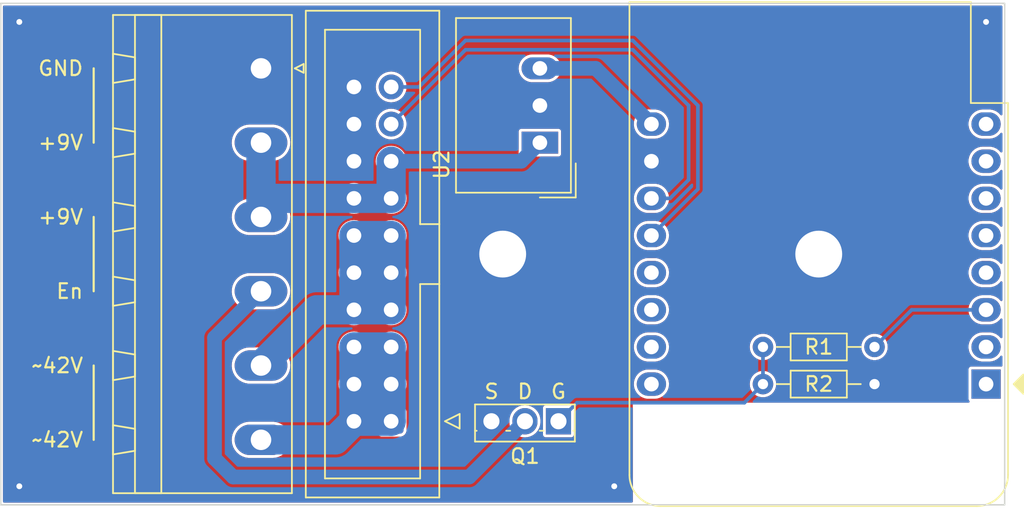
<source format=kicad_pcb>
(kicad_pcb (version 20221018) (generator pcbnew)
  (layers (0 "F.Cu" signal) (31 "B.Cu" signal) (34 "B.Paste" user) (35 "F.Paste" user) (36 "B.SilkS" user "B.Silkscreen") (37 "F.SilkS" user "F.Silkscreen") (38 "B.Mask" user) (39 "F.Mask" user) (44 "Edge.Cuts" user))
  (net 0 "")
  (net 1 "GND")
  (net 2 "+9V")
  (net 3 "En Motor")
  (net 4 "Motor L")
  (net 5 "Motor N")
  (net 13 "+5V")
  (net 14 "RX")
  (net 15 "TX")
  (net 20 "Net-(U1-D0)")
  (net 21 "Net-(Q1-G)")
  (footprint "MountingHole:MountingHole_3.2mm_M3_Pad" (layer "F.Cu") (at 106.68 93.98)
    (fp_text reference "H2" hide)
    (fp_text value "MountingHole_Pad" hide)
    (pad "1" thru_hole circle (at 0 0) (size 6.4 6.4) (drill 3.2) (layers "*.Cu" "*.Mask") (net 1 "GND"))
  )
  (footprint "PCM_Package_TO_SOT_THT_AKL:TO-251-3_Vertical_GDS" (layer "F.Cu") (at 88.9 105.41 180)
    (fp_text reference "Q1" (at 2.29 -2.39) (layer "F.SilkS"))
    (fp_text value "IRLU3110Z" hide)
    (fp_text user "S" (at 4.572 2.032) (layer "F.SilkS"))
    (fp_text user "D" (at 2.286 2.032) (layer "F.SilkS"))
    (fp_text user "G" (at 0 2.032) (layer "F.SilkS"))
    (fp_line (start -1.12 -1.39) (end -1.12 1.15) (stroke (width 0.12)) (layer "F.SilkS"))
    (fp_line (start -1.12 -1.39) (end 5.7 -1.39) (stroke (width 0.12)) (layer "F.SilkS"))
    (fp_line (start -1.12 -0.651) (end -1.009 -0.651) (stroke (width 0.12)) (layer "F.SilkS"))
    (fp_line (start -1.12 1.15) (end 5.7 1.15) (stroke (width 0.12)) (layer "F.SilkS"))
    (fp_line (start 1.009 -0.651) (end 1.282 -0.651) (stroke (width 0.12)) (layer "F.SilkS"))
    (fp_line (start 3.299 -0.651) (end 3.572 -0.651) (stroke (width 0.12)) (layer "F.SilkS"))
    (fp_line (start 5.589 -0.651) (end 5.7 -0.651) (stroke (width 0.12)) (layer "F.SilkS"))
    (fp_line (start 5.7 -1.39) (end 5.7 1.15) (stroke (width 0.12)) (layer "F.SilkS"))
    (pad "1" thru_hole rect (at 0 0 180) (size 1.7175 1.8) (drill 1.1) (layers "*.Cu" "*.Mask") (net 21 "Net-(Q1-G)"))
    (pad "2" thru_hole oval (at 2.29 0 180) (size 1.7175 1.8) (drill 1.1) (layers "*.Cu" "*.Mask") (net 3 "En Motor"))
    (pad "3" thru_hole oval (at 4.58 0 180) (size 1.7175 1.8) (drill 1.1) (layers "*.Cu" "*.Mask") (net 1 "GND"))
  )
  (footprint "Resistor_THT:R_Axial_DIN0204_L3.6mm_D1.6mm_P7.62mm_Horizontal" (layer "F.Cu") (at 102.87 102.87)
    (fp_text reference "R2" (at 3.81 0) (layer "F.SilkS"))
    (fp_text value "2K2")
    (fp_line (start 0.94 0) (end 1.89 0) (stroke (width 0.12)) (layer "F.SilkS"))
    (fp_line (start 1.89 -0.92) (end 1.89 0.92) (stroke (width 0.12)) (layer "F.SilkS"))
    (fp_line (start 1.89 0.92) (end 5.73 0.92) (stroke (width 0.12)) (layer "F.SilkS"))
    (fp_line (start 5.73 -0.92) (end 1.89 -0.92) (stroke (width 0.12)) (layer "F.SilkS"))
    (fp_line (start 5.73 0.92) (end 5.73 -0.92) (stroke (width 0.12)) (layer "F.SilkS"))
    (fp_line (start 6.68 0) (end 5.73 0) (stroke (width 0.12)) (layer "F.SilkS"))
    (pad "1" thru_hole circle (at 0 0) (size 1.4 1.4) (drill 0.7) (layers "*.Cu" "*.Mask") (net 21 "Net-(Q1-G)"))
    (pad "2" thru_hole oval (at 7.62 0) (size 1.4 1.4) (drill 0.7) (layers "*.Cu" "*.Mask") (net 1 "GND"))
  )
  (footprint "Module:WEMOS_D1_mini_light" (layer "F.Cu") (at 118.11 102.87 180)
    (fp_text reference "U1" hide)
    (fp_text value "WeMos_D1_mini")
    (fp_line (start -1.5 19.22) (end -1.5 -6.21) (stroke (width 0.12)) (layer "F.SilkS"))
    (fp_line (start -1.5 19.22) (end 1.04 19.22) (stroke (width 0.12)) (layer "F.SilkS"))
    (fp_line (start 1.04 19.22) (end 1.04 26.12) (stroke (width 0.12)) (layer "F.SilkS"))
    (fp_line (start 1.04 26.12) (end 24.36 26.12) (stroke (width 0.12)) (layer "F.SilkS"))
    (fp_line (start 22.24 -8.34) (end 0.63 -8.34) (stroke (width 0.12)) (layer "F.SilkS"))
    (fp_line (start 24.36 26.12) (end 24.36 -6.21) (stroke (width 0.12)) (layer "F.SilkS"))
    (fp_arc (start -1.5 -6.21) (mid -0.876137 -7.716137) (end 0.63 -8.34) (stroke (width 0.12)) (layer "F.SilkS"))
    (fp_arc (start 22.23 -8.34) (mid 23.736137 -7.716137) (end 24.36 -6.21) (stroke (width 0.12)) (layer "F.SilkS"))
    (fp_poly (pts (xy -2.54 -0.635) (xy -2.54 0.635) (xy -1.905 0)) (stroke (width 0.15)) (fill solid) (layer "F.SilkS"))
    (pad "1" thru_hole rect (at 0 0 180) (size 2 2) (drill 1) (layers "*.Cu" "*.Mask"))
    (pad "2" thru_hole oval (at 0 2.54 180) (size 2 1.6) (drill 1) (layers "*.Cu" "*.Mask"))
    (pad "3" thru_hole oval (at 0 5.08 180) (size 2 1.6) (drill 1) (layers "*.Cu" "*.Mask") (net 20 "Net-(U1-D0)"))
    (pad "4" thru_hole oval (at 0 7.62 180) (size 2 1.6) (drill 1) (layers "*.Cu" "*.Mask"))
    (pad "5" thru_hole oval (at 0 10.16 180) (size 2 1.6) (drill 1) (layers "*.Cu" "*.Mask"))
    (pad "6" thru_hole oval (at 0 12.7 180) (size 2 1.6) (drill 1) (layers "*.Cu" "*.Mask"))
    (pad "7" thru_hole oval (at 0 15.24 180) (size 2 1.6) (drill 1) (layers "*.Cu" "*.Mask"))
    (pad "8" thru_hole oval (at 0 17.78 180) (size 2 1.6) (drill 1) (layers "*.Cu" "*.Mask"))
    (pad "9" thru_hole oval (at 22.86 17.78 180) (size 2 1.6) (drill 1) (layers "*.Cu" "*.Mask") (net 13 "+5V"))
    (pad "10" thru_hole oval (at 22.86 15.24 180) (size 2 1.6) (drill 1) (layers "*.Cu" "*.Mask") (net 1 "GND"))
    (pad "11" thru_hole oval (at 22.86 12.7 180) (size 2 1.6) (drill 1) (layers "*.Cu" "*.Mask") (net 14 "RX"))
    (pad "12" thru_hole oval (at 22.86 10.16 180) (size 2 1.6) (drill 1) (layers "*.Cu" "*.Mask") (net 15 "TX"))
    (pad "13" thru_hole oval (at 22.86 7.62 180) (size 2 1.6) (drill 1) (layers "*.Cu" "*.Mask"))
    (pad "14" thru_hole oval (at 22.86 5.08 180) (size 2 1.6) (drill 1) (layers "*.Cu" "*.Mask"))
    (pad "15" thru_hole oval (at 22.86 2.54 180) (size 2 1.6) (drill 1) (layers "*.Cu" "*.Mask"))
    (pad "16" thru_hole oval (at 22.86 0 180) (size 2 1.6) (drill 1) (layers "*.Cu" "*.Mask"))
  )
  (footprint "Connector_IDC:IDC-Header_2x10_P2.54mm_Vertical" (layer "F.Cu") (at 77.47 105.41 180)
    (fp_text reference "J2" hide)
    (fp_text value "Conn_02x10_Odd_Even" hide)
    (fp_line (start -4.68 -0.5) (end -4.68 0.5) (stroke (width 0.12)) (layer "F.SilkS"))
    (fp_line (start -4.68 0.5) (end -3.68 0) (stroke (width 0.12)) (layer "F.SilkS"))
    (fp_line (start -3.68 0) (end -4.68 -0.5) (stroke (width 0.12)) (layer "F.SilkS"))
    (fp_line (start -3.29 -5.21) (end 5.83 -5.21) (stroke (width 0.12)) (layer "F.SilkS"))
    (fp_line (start -3.29 9.38) (end -1.98 9.38) (stroke (width 0.12)) (layer "F.SilkS"))
    (fp_line (start -3.29 28.07) (end -3.29 -5.21) (stroke (width 0.12)) (layer "F.SilkS"))
    (fp_line (start -1.98 -3.91) (end 4.52 -3.91) (stroke (width 0.12)) (layer "F.SilkS"))
    (fp_line (start -1.98 9.38) (end -1.98 -3.91) (stroke (width 0.12)) (layer "F.SilkS"))
    (fp_line (start -1.98 13.48) (end -3.29 13.48) (stroke (width 0.12)) (layer "F.SilkS"))
    (fp_line (start -1.98 13.48) (end -1.98 13.48) (stroke (width 0.12)) (layer "F.SilkS"))
    (fp_line (start -1.98 26.77) (end -1.98 13.48) (stroke (width 0.12)) (layer "F.SilkS"))
    (fp_line (start 4.52 -3.91) (end 4.52 26.77) (stroke (width 0.12)) (layer "F.SilkS"))
    (fp_line (start 4.52 26.77) (end -1.98 26.77) (stroke (width 0.12)) (layer "F.SilkS"))
    (fp_line (start 5.83 -5.21) (end 5.83 28.07) (stroke (width 0.12)) (layer "F.SilkS"))
    (fp_line (start 5.83 28.07) (end -3.29 28.07) (stroke (width 0.12)) (layer "F.SilkS"))
    (pad "1" thru_hole roundrect (at 0 0 180) (size 1.7 1.7) (drill 1) (layers "*.Cu" "*.Mask") (roundrect_rratio 0.147059) (net 5 "Motor N"))
    (pad "2" thru_hole circle (at 2.54 0 180) (size 1.7 1.7) (drill 1) (layers "*.Cu" "*.Mask") (net 5 "Motor N"))
    (pad "3" thru_hole circle (at 0 2.54 180) (size 1.7 1.7) (drill 1) (layers "*.Cu" "*.Mask") (net 5 "Motor N"))
    (pad "4" thru_hole circle (at 2.54 2.54 180) (size 1.7 1.7) (drill 1) (layers "*.Cu" "*.Mask") (net 5 "Motor N"))
    (pad "5" thru_hole circle (at 0 5.08 180) (size 1.7 1.7) (drill 1) (layers "*.Cu" "*.Mask") (net 5 "Motor N"))
    (pad "6" thru_hole circle (at 2.54 5.08 180) (size 1.7 1.7) (drill 1) (layers "*.Cu" "*.Mask") (net 5 "Motor N"))
    (pad "7" thru_hole circle (at 0 7.62 180) (size 1.7 1.7) (drill 1) (layers "*.Cu" "*.Mask") (net 4 "Motor L"))
    (pad "8" thru_hole circle (at 2.54 7.62 180) (size 1.7 1.7) (drill 1) (layers "*.Cu" "*.Mask") (net 4 "Motor L"))
    (pad "9" thru_hole circle (at 0 10.16 180) (size 1.7 1.7) (drill 1) (layers "*.Cu" "*.Mask") (net 4 "Motor L"))
    (pad "10" thru_hole circle (at 2.54 10.16 180) (size 1.7 1.7) (drill 1) (layers "*.Cu" "*.Mask") (net 4 "Motor L"))
    (pad "11" thru_hole circle (at 0 12.7 180) (size 1.7 1.7) (drill 1) (layers "*.Cu" "*.Mask") (net 4 "Motor L"))
    (pad "12" thru_hole circle (at 2.54 12.7 180) (size 1.7 1.7) (drill 1) (layers "*.Cu" "*.Mask") (net 4 "Motor L"))
    (pad "13" thru_hole circle (at 0 15.24 180) (size 1.7 1.7) (drill 1) (layers "*.Cu" "*.Mask") (net 2 "+9V"))
    (pad "14" thru_hole circle (at 2.54 15.24 180) (size 1.7 1.7) (drill 1) (layers "*.Cu" "*.Mask") (net 2 "+9V"))
    (pad "15" thru_hole circle (at 0 17.78 180) (size 1.7 1.7) (drill 1) (layers "*.Cu" "*.Mask") (net 2 "+9V"))
    (pad "16" thru_hole circle (at 2.54 17.78 180) (size 1.7 1.7) (drill 1) (layers "*.Cu" "*.Mask") (net 1 "GND"))
    (pad "17" thru_hole circle (at 0 20.32 180) (size 1.7 1.7) (drill 1) (layers "*.Cu" "*.Mask") (net 14 "RX"))
    (pad "18" thru_hole circle (at 2.54 20.32 180) (size 1.7 1.7) (drill 1) (layers "*.Cu" "*.Mask") (net 1 "GND"))
    (pad "19" thru_hole circle (at 0 22.86 180) (size 1.7 1.7) (drill 1) (layers "*.Cu" "*.Mask") (net 15 "TX"))
    (pad "20" thru_hole circle (at 2.54 22.86 180) (size 1.7 1.7) (drill 1) (layers "*.Cu" "*.Mask") (net 1 "GND"))
  )
  (footprint "MountingHole:MountingHole_3.2mm_M3_Pad" (layer "F.Cu") (at 85.09 93.98)
    (fp_text reference "H1" hide)
    (fp_text value "MountingHole_Pad" hide)
    (pad "1" thru_hole circle (at 0 0) (size 6.4 6.4) (drill 3.2) (layers "*.Cu" "*.Mask") (net 1 "GND"))
  )
  (footprint "Connector_Phoenix_MSTB:PhoenixContact_MSTBA_2,5_6-G-5,08_1x06_P5.08mm_Horizontal" (layer "F.Cu") (at 68.58 81.28 -90)
    (fp_text reference "J1" hide)
    (fp_text value "Conn_01x06_Socket" hide)
    (fp_line (start -3.65 -2.11) (end -3.65 10.11) (stroke (width 0.12)) (layer "F.SilkS"))
    (fp_line (start -3.65 6.81) (end 29.05 6.81) (stroke (width 0.12)) (layer "F.SilkS"))
    (fp_line (start -3.65 8.61) (end -3.65 6.81) (stroke (width 0.12)) (layer "F.SilkS"))
    (fp_line (start -3.65 10.11) (end 29.05 10.11) (stroke (width 0.12)) (layer "F.SilkS"))
    (fp_line (start -1 10.11) (end 1 10.11) (stroke (width 0.12)) (layer "F.SilkS"))
    (fp_line (start -0.75 8.61) (end -1 10.11) (stroke (width 0.12)) (layer "F.SilkS"))
    (fp_line (start -0.3 -2.91) (end 0.3 -2.91) (stroke (width 0.12)) (layer "F.SilkS"))
    (fp_line (start 0 -2.31) (end -0.3 -2.91) (stroke (width 0.12)) (layer "F.SilkS"))
    (fp_line (start 0.3 -2.91) (end 0 -2.31) (stroke (width 0.12)) (layer "F.SilkS"))
    (fp_line (start 0.75 8.61) (end -0.75 8.61) (stroke (width 0.12)) (layer "F.SilkS"))
    (fp_line (start 1 10.11) (end 0.75 8.61) (stroke (width 0.12)) (layer "F.SilkS"))
    (fp_line (start 4.08 10.11) (end 6.08 10.11) (stroke (width 0.12)) (layer "F.SilkS"))
    (fp_line (start 4.33 8.61) (end 4.08 10.11) (stroke (width 0.12)) (layer "F.SilkS"))
    (fp_line (start 5.83 8.61) (end 4.33 8.61) (stroke (width 0.12)) (layer "F.SilkS"))
    (fp_line (start 6.08 10.11) (end 5.83 8.61) (stroke (width 0.12)) (layer "F.SilkS"))
    (fp_line (start 9.16 10.11) (end 11.16 10.11) (stroke (width 0.12)) (layer "F.SilkS"))
    (fp_line (start 9.41 8.61) (end 9.16 10.11) (stroke (width 0.12)) (layer "F.SilkS"))
    (fp_line (start 10.91 8.61) (end 9.41 8.61) (stroke (width 0.12)) (layer "F.SilkS"))
    (fp_line (start 11.16 10.11) (end 10.91 8.61) (stroke (width 0.12)) (layer "F.SilkS"))
    (fp_line (start 14.24 10.11) (end 16.24 10.11) (stroke (width 0.12)) (layer "F.SilkS"))
    (fp_line (start 14.49 8.61) (end 14.24 10.11) (stroke (width 0.12)) (layer "F.SilkS"))
    (fp_line (start 15.99 8.61) (end 14.49 8.61) (stroke (width 0.12)) (layer "F.SilkS"))
    (fp_line (start 16.24 10.11) (end 15.99 8.61) (stroke (width 0.12)) (layer "F.SilkS"))
    (fp_line (start 19.32 10.11) (end 21.32 10.11) (stroke (width 0.12)) (layer "F.SilkS"))
    (fp_line (start 19.57 8.61) (end 19.32 10.11) (stroke (width 0.12)) (layer "F.SilkS"))
    (fp_line (start 21.07 8.61) (end 19.57 8.61) (stroke (width 0.12)) (layer "F.SilkS"))
    (fp_line (start 21.32 10.11) (end 21.07 8.61) (stroke (width 0.12)) (layer "F.SilkS"))
    (fp_line (start 24.4 10.11) (end 26.4 10.11) (stroke (width 0.12)) (layer "F.SilkS"))
    (fp_line (start 24.65 8.61) (end 24.4 10.11) (stroke (width 0.12)) (layer "F.SilkS"))
    (fp_line (start 26.15 8.61) (end 24.65 8.61) (stroke (width 0.12)) (layer "F.SilkS"))
    (fp_line (start 26.4 10.11) (end 26.15 8.61) (stroke (width 0.12)) (layer "F.SilkS"))
    (fp_line (start 29.05 -2.11) (end -3.65 -2.11) (stroke (width 0.12)) (layer "F.SilkS"))
    (fp_line (start 29.05 6.81) (end 29.05 8.61) (stroke (width 0.12)) (layer "F.SilkS"))
    (fp_line (start 29.05 8.61) (end -3.65 8.61) (stroke (width 0.12)) (layer "F.SilkS"))
    (fp_line (start 29.05 10.11) (end 29.05 -2.11) (stroke (width 0.12)) (layer "F.SilkS"))
    (pad "1" thru_hole roundrect (at 0 0 270) (size 2.08 3.6) (drill 1.4) (layers "*.Cu" "*.Mask") (roundrect_rratio 0.120192) (net 1 "GND"))
    (pad "2" thru_hole oval (at 5.08 0 270) (size 2.08 3.6) (drill 1.4) (layers "*.Cu" "*.Mask") (net 2 "+9V"))
    (pad "3" thru_hole oval (at 10.16 0 270) (size 2.08 3.6) (drill 1.4) (layers "*.Cu" "*.Mask") (net 2 "+9V"))
    (pad "4" thru_hole oval (at 15.24 0 270) (size 2.08 3.6) (drill 1.4) (layers "*.Cu" "*.Mask") (net 3 "En Motor"))
    (pad "5" thru_hole oval (at 20.32 0 270) (size 2.08 3.6) (drill 1.4) (layers "*.Cu" "*.Mask") (net 4 "Motor L"))
    (pad "6" thru_hole oval (at 25.4 0 270) (size 2.08 3.6) (drill 1.4) (layers "*.Cu" "*.Mask") (net 5 "Motor N"))
  )
  (footprint "Resistor_THT:R_Axial_DIN0204_L3.6mm_D1.6mm_P7.62mm_Horizontal" (layer "F.Cu") (at 110.49 100.33 180)
    (fp_text reference "R1" (at 3.81 0) (layer "F.SilkS"))
    (fp_text value "180R")
    (fp_line (start 0.94 0) (end 1.89 0) (stroke (width 0.12)) (layer "F.SilkS"))
    (fp_line (start 1.89 -0.92) (end 1.89 0.92) (stroke (width 0.12)) (layer "F.SilkS"))
    (fp_line (start 1.89 0.92) (end 5.73 0.92) (stroke (width 0.12)) (layer "F.SilkS"))
    (fp_line (start 5.73 -0.92) (end 1.89 -0.92) (stroke (width 0.12)) (layer "F.SilkS"))
    (fp_line (start 5.73 0.92) (end 5.73 -0.92) (stroke (width 0.12)) (layer "F.SilkS"))
    (fp_line (start 6.68 0) (end 5.73 0) (stroke (width 0.12)) (layer "F.SilkS"))
    (pad "1" thru_hole circle (at 0 0 180) (size 1.4 1.4) (drill 0.7) (layers "*.Cu" "*.Mask") (net 20 "Net-(U1-D0)"))
    (pad "2" thru_hole oval (at 7.62 0 180) (size 1.4 1.4) (drill 0.7) (layers "*.Cu" "*.Mask") (net 21 "Net-(Q1-G)"))
  )
  (footprint "Converter_DCDC:Converter_DCDC_TRACO_TSR-1_THT" (layer "F.Cu") (at 87.63 86.36 90)
    (fp_text reference "U2" (at -1.5 -6.71 90) (layer "F.SilkS"))
    (fp_text value "TSR_1-2415")
    (fp_line (start -3.75 0) (end -3.75 2.45) (stroke (width 0.12)) (layer "F.SilkS"))
    (fp_line (start -3.75 2.45) (end -1.42 2.45) (stroke (width 0.12)) (layer "F.SilkS"))
    (fp_line (start -3.42 -5.73) (end 8.52 -5.73) (stroke (width 0.12)) (layer "F.SilkS"))
    (fp_line (start -3.42 2.12) (end -3.42 -5.73) (stroke (width 0.12)) (layer "F.SilkS"))
    (fp_line (start 8.52 -5.73) (end 8.52 2.12) (stroke (width 0.12)) (layer "F.SilkS"))
    (fp_line (start 8.52 2.12) (end -3.42 2.12) (stroke (width 0.12)) (layer "F.SilkS"))
    (pad "1" thru_hole rect (at 0 0 90) (size 1.5 2.5) (drill 1) (layers "*.Cu" "*.Mask") (net 2 "+9V"))
    (pad "2" thru_hole oval (at 2.54 0 90) (size 1.5 2.5) (drill 1) (layers "*.Cu" "*.Mask") (net 1 "GND"))
    (pad "3" thru_hole oval (at 5.08 0 90) (size 1.5 2.5) (drill 1) (layers "*.Cu" "*.Mask") (net 13 "+5V"))
  )
  (gr_line (start 57.15 91.44) (end 57.15 96.52) (stroke (width 0.15)) (layer "F.SilkS"))
  (gr_line (start 57.15 81.28) (end 57.15 86.36) (stroke (width 0.15)) (layer "F.SilkS"))
  (gr_line (start 57.15 101.6) (end 57.15 106.68) (stroke (width 0.15)) (layer "F.SilkS"))
  (gr_rect (start 50.8 76.835) (end 119.38 111.125) (stroke (width 0.1)) (fill none) (layer "Edge.Cuts"))
  (gr_text "+9V" (at 56.515 91.44) (layer "F.SilkS") (effects (font (size 1 1)) (justify right)))
  (gr_text "~42V" (at 56.515 101.6) (layer "F.SilkS") (effects (font (size 1 1)) (justify right)))
  (gr_text "En" (at 56.515 96.52) (layer "F.SilkS") (effects (font (size 1 1)) (justify right)))
  (gr_text "+9V" (at 56.515 86.36) (layer "F.SilkS") (effects (font (size 1 1)) (justify right)))
  (gr_text "~42V" (at 56.515 106.68) (layer "F.SilkS") (effects (font (size 1 1)) (justify right)))
  (gr_text "GND" (at 56.515 81.28) (layer "F.SilkS") (effects (font (size 1 1)) (justify right)))
  (via (at 92.71 109.855) (size 0.8) (drill 0.4) (layers "F.Cu" "B.Cu") (net 1))
  (via (at 52.07 78.105) (size 0.8) (drill 0.4) (layers "F.Cu" "B.Cu") (net 1))
  (via (at 118.11 78.105) (size 0.8) (drill 0.4) (layers "F.Cu" "B.Cu") (net 1))
  (via (at 52.07 109.855) (size 0.8) (drill 0.4) (layers "F.Cu" "B.Cu") (net 1))
  (segment (start 87.63 86.36) (end 86.36 87.63) (width 1) (layer "B.Cu") (net 2))
  (segment (start 77.47 90.17) (end 74.93 90.17) (width 2) (layer "B.Cu") (net 2))
  (segment (start 68.58 90.17) (end 68.58 91.44) (width 2) (layer "B.Cu") (net 2))
  (segment (start 86.36 87.63) (end 77.47 87.63) (width 1) (layer "B.Cu") (net 2))
  (segment (start 74.93 90.17) (end 68.58 90.17) (width 2) (layer "B.Cu") (net 2))
  (segment (start 77.47 87.63) (end 77.47 90.17) (width 2) (layer "B.Cu") (net 2))
  (segment (start 68.58 86.36) (end 68.58 88.9) (width 2) (layer "B.Cu") (net 2))
  (segment (start 68.58 88.9) (end 68.58 90.17) (width 2) (layer "B.Cu") (net 2))
  (segment (start 65.405 99.695) (end 65.405 107.95) (width 1) (layer "B.Cu") (net 3))
  (segment (start 66.675 109.22) (end 82.8 109.22) (width 1) (layer "B.Cu") (net 3))
  (segment (start 82.8 109.22) (end 86.61 105.41) (width 1) (layer "B.Cu") (net 3))
  (segment (start 68.58 96.52) (end 65.405 99.695) (width 1) (layer "B.Cu") (net 3))
  (segment (start 65.405 107.95) (end 66.675 109.22) (width 1) (layer "B.Cu") (net 3))
  (segment (start 72.39 97.79) (end 68.58 101.6) (width 2) (layer "B.Cu") (net 4))
  (segment (start 74.93 95.25) (end 77.47 95.25) (width 2) (layer "B.Cu") (net 4))
  (segment (start 74.93 95.25) (end 74.93 97.79) (width 2) (layer "B.Cu") (net 4))
  (segment (start 74.93 92.71) (end 74.93 95.25) (width 2) (layer "B.Cu") (net 4))
  (segment (start 74.93 97.79) (end 72.39 97.79) (width 2) (layer "B.Cu") (net 4))
  (segment (start 77.47 95.25) (end 77.47 92.71) (width 2) (layer "B.Cu") (net 4))
  (segment (start 77.47 92.71) (end 74.93 92.71) (width 2) (layer "B.Cu") (net 4))
  (segment (start 77.47 97.79) (end 77.47 95.25) (width 2) (layer "B.Cu") (net 4))
  (segment (start 74.93 97.79) (end 77.47 97.79) (width 2) (layer "B.Cu") (net 4))
  (segment (start 68.58 106.68) (end 73.66 106.68) (width 2) (layer "B.Cu") (net 5))
  (segment (start 77.47 100.33) (end 77.47 102.87) (width 2) (layer "B.Cu") (net 5))
  (segment (start 73.66 106.68) (end 74.93 105.41) (width 2) (layer "B.Cu") (net 5))
  (segment (start 74.93 102.87) (end 74.93 100.33) (width 2) (layer "B.Cu") (net 5))
  (segment (start 74.93 100.33) (end 77.47 100.33) (width 2) (layer "B.Cu") (net 5))
  (segment (start 77.47 102.87) (end 74.93 102.87) (width 2) (layer "B.Cu") (net 5))
  (segment (start 74.93 105.41) (end 74.93 102.87) (width 2) (layer "B.Cu") (net 5))
  (segment (start 77.47 102.87) (end 77.47 105.41) (width 2) (layer "B.Cu") (net 5))
  (segment (start 77.47 105.41) (end 74.93 105.41) (width 2) (layer "B.Cu") (net 5))
  (segment (start 95.25 85.09) (end 91.44 81.28) (width 1) (layer "B.Cu") (net 13))
  (segment (start 91.44 81.28) (end 87.63 81.28) (width 1) (layer "B.Cu") (net 13))
  (segment (start 95.25 90.17) (end 96.52 90.17) (width 0.25) (layer "B.Cu") (net 14))
  (segment (start 96.52 90.17) (end 97.79 88.9) (width 0.25) (layer "B.Cu") (net 14))
  (segment (start 93.98 80.01) (end 82.55 80.01) (width 0.25) (layer "B.Cu") (net 14))
  (segment (start 97.79 83.82) (end 93.98 80.01) (width 0.25) (layer "B.Cu") (net 14))
  (segment (start 82.55 80.01) (end 77.47 85.09) (width 0.25) (layer "B.Cu") (net 14))
  (segment (start 97.79 88.9) (end 97.79 83.82) (width 0.25) (layer "B.Cu") (net 14))
  (segment (start 98.425 89.535) (end 98.425 83.82) (width 0.25) (layer "B.Cu") (net 15))
  (segment (start 93.98 79.375) (end 82.55 79.375) (width 0.25) (layer "B.Cu") (net 15))
  (segment (start 98.425 83.82) (end 93.98 79.375) (width 0.25) (layer "B.Cu") (net 15))
  (segment (start 95.25 92.71) (end 98.425 89.535) (width 0.25) (layer "B.Cu") (net 15))
  (segment (start 82.55 79.375) (end 79.375 82.55) (width 0.25) (layer "B.Cu") (net 15))
  (segment (start 79.375 82.55) (end 77.47 82.55) (width 0.25) (layer "B.Cu") (net 15))
  (segment (start 113.03 97.79) (end 118.11 97.79) (width 0.25) (layer "B.Cu") (net 20))
  (segment (start 110.49 100.33) (end 113.03 97.79) (width 0.25) (layer "B.Cu") (net 20))
  (segment (start 88.9 105.41) (end 90.17 104.14) (width 0.25) (layer "B.Cu") (net 21))
  (segment (start 90.17 104.14) (end 101.6 104.14) (width 0.25) (layer "B.Cu") (net 21))
  (segment (start 102.87 102.87) (end 102.87 100.33) (width 0.25) (layer "B.Cu") (net 21))
  (segment (start 101.6 104.14) (end 102.87 102.87) (width 0.25) (layer "B.Cu") (net 21))
  (zone (net 1) (net_name "GND") (layers "F&B.Cu") (connect_pads yes (clearance 0.15)) (min_thickness 0.15) (fill yes (thermal_gap 0.5) (thermal_bridge_width 0.5))
    (polygon (pts (xy 50.8 76.835) (xy 119.38 76.835) (xy 119.38 104.14) (xy 93.98 104.14) (xy 93.98 111.125) (xy 50.8 111.125)))
  )
  (zone (net 4) (net_name "Motor L") (layer "B.Cu") (priority 2) (connect_pads yes (clearance 0.15)) (min_thickness 0.15) (fill yes (thermal_gap 0.5) (thermal_bridge_width 0.5))
    (polygon (pts (xy 74.93 97.79) (xy 77.47 97.79) (xy 77.47 92.71) (xy 74.93 92.71)))
  )
  (zone (net 5) (net_name "Motor N") (layer "B.Cu") (priority 1) (connect_pads yes (clearance 0.15)) (min_thickness 0.15) (fill yes (thermal_gap 0.5) (thermal_bridge_width 0.5))
    (polygon (pts (xy 74.93 100.33) (xy 74.93 105.41) (xy 77.47 105.41) (xy 77.47 100.33)))
  )
)
</source>
